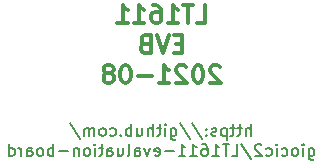
<source format=gbr>
%TF.GenerationSoftware,KiCad,Pcbnew,(5.1.10)-1*%
%TF.CreationDate,2021-10-06T11:29:50+02:00*%
%TF.ProjectId,board,626f6172-642e-46b6-9963-61645f706362,rev?*%
%TF.SameCoordinates,Original*%
%TF.FileFunction,Legend,Bot*%
%TF.FilePolarity,Positive*%
%FSLAX46Y46*%
G04 Gerber Fmt 4.6, Leading zero omitted, Abs format (unit mm)*
G04 Created by KiCad (PCBNEW (5.1.10)-1) date 2021-10-06 11:29:50*
%MOMM*%
%LPD*%
G01*
G04 APERTURE LIST*
%ADD10C,0.300000*%
%ADD11C,0.200000*%
G04 APERTURE END LIST*
D10*
X102564285Y-87028571D02*
X103278571Y-87028571D01*
X103278571Y-85528571D01*
X102278571Y-85528571D02*
X101421428Y-85528571D01*
X101850000Y-87028571D02*
X101850000Y-85528571D01*
X100135714Y-87028571D02*
X100992857Y-87028571D01*
X100564285Y-87028571D02*
X100564285Y-85528571D01*
X100707142Y-85742857D01*
X100850000Y-85885714D01*
X100992857Y-85957142D01*
X98850000Y-85528571D02*
X99135714Y-85528571D01*
X99278571Y-85600000D01*
X99350000Y-85671428D01*
X99492857Y-85885714D01*
X99564285Y-86171428D01*
X99564285Y-86742857D01*
X99492857Y-86885714D01*
X99421428Y-86957142D01*
X99278571Y-87028571D01*
X98992857Y-87028571D01*
X98850000Y-86957142D01*
X98778571Y-86885714D01*
X98707142Y-86742857D01*
X98707142Y-86385714D01*
X98778571Y-86242857D01*
X98850000Y-86171428D01*
X98992857Y-86100000D01*
X99278571Y-86100000D01*
X99421428Y-86171428D01*
X99492857Y-86242857D01*
X99564285Y-86385714D01*
X97278571Y-87028571D02*
X98135714Y-87028571D01*
X97707142Y-87028571D02*
X97707142Y-85528571D01*
X97850000Y-85742857D01*
X97992857Y-85885714D01*
X98135714Y-85957142D01*
X95850000Y-87028571D02*
X96707142Y-87028571D01*
X96278571Y-87028571D02*
X96278571Y-85528571D01*
X96421428Y-85742857D01*
X96564285Y-85885714D01*
X96707142Y-85957142D01*
X101314285Y-88792857D02*
X100814285Y-88792857D01*
X100600000Y-89578571D02*
X101314285Y-89578571D01*
X101314285Y-88078571D01*
X100600000Y-88078571D01*
X100171428Y-88078571D02*
X99671428Y-89578571D01*
X99171428Y-88078571D01*
X98171428Y-88792857D02*
X97957142Y-88864285D01*
X97885714Y-88935714D01*
X97814285Y-89078571D01*
X97814285Y-89292857D01*
X97885714Y-89435714D01*
X97957142Y-89507142D01*
X98100000Y-89578571D01*
X98671428Y-89578571D01*
X98671428Y-88078571D01*
X98171428Y-88078571D01*
X98028571Y-88150000D01*
X97957142Y-88221428D01*
X97885714Y-88364285D01*
X97885714Y-88507142D01*
X97957142Y-88650000D01*
X98028571Y-88721428D01*
X98171428Y-88792857D01*
X98671428Y-88792857D01*
X104528571Y-90771428D02*
X104457142Y-90700000D01*
X104314285Y-90628571D01*
X103957142Y-90628571D01*
X103814285Y-90700000D01*
X103742857Y-90771428D01*
X103671428Y-90914285D01*
X103671428Y-91057142D01*
X103742857Y-91271428D01*
X104600000Y-92128571D01*
X103671428Y-92128571D01*
X102742857Y-90628571D02*
X102600000Y-90628571D01*
X102457142Y-90700000D01*
X102385714Y-90771428D01*
X102314285Y-90914285D01*
X102242857Y-91200000D01*
X102242857Y-91557142D01*
X102314285Y-91842857D01*
X102385714Y-91985714D01*
X102457142Y-92057142D01*
X102600000Y-92128571D01*
X102742857Y-92128571D01*
X102885714Y-92057142D01*
X102957142Y-91985714D01*
X103028571Y-91842857D01*
X103100000Y-91557142D01*
X103100000Y-91200000D01*
X103028571Y-90914285D01*
X102957142Y-90771428D01*
X102885714Y-90700000D01*
X102742857Y-90628571D01*
X101671428Y-90771428D02*
X101600000Y-90700000D01*
X101457142Y-90628571D01*
X101100000Y-90628571D01*
X100957142Y-90700000D01*
X100885714Y-90771428D01*
X100814285Y-90914285D01*
X100814285Y-91057142D01*
X100885714Y-91271428D01*
X101742857Y-92128571D01*
X100814285Y-92128571D01*
X99385714Y-92128571D02*
X100242857Y-92128571D01*
X99814285Y-92128571D02*
X99814285Y-90628571D01*
X99957142Y-90842857D01*
X100100000Y-90985714D01*
X100242857Y-91057142D01*
X98742857Y-91557142D02*
X97600000Y-91557142D01*
X96600000Y-90628571D02*
X96457142Y-90628571D01*
X96314285Y-90700000D01*
X96242857Y-90771428D01*
X96171428Y-90914285D01*
X96100000Y-91200000D01*
X96100000Y-91557142D01*
X96171428Y-91842857D01*
X96242857Y-91985714D01*
X96314285Y-92057142D01*
X96457142Y-92128571D01*
X96600000Y-92128571D01*
X96742857Y-92057142D01*
X96814285Y-91985714D01*
X96885714Y-91842857D01*
X96957142Y-91557142D01*
X96957142Y-91200000D01*
X96885714Y-90914285D01*
X96814285Y-90771428D01*
X96742857Y-90700000D01*
X96600000Y-90628571D01*
X95242857Y-91271428D02*
X95385714Y-91200000D01*
X95457142Y-91128571D01*
X95528571Y-90985714D01*
X95528571Y-90914285D01*
X95457142Y-90771428D01*
X95385714Y-90700000D01*
X95242857Y-90628571D01*
X94957142Y-90628571D01*
X94814285Y-90700000D01*
X94742857Y-90771428D01*
X94671428Y-90914285D01*
X94671428Y-90985714D01*
X94742857Y-91128571D01*
X94814285Y-91200000D01*
X94957142Y-91271428D01*
X95242857Y-91271428D01*
X95385714Y-91342857D01*
X95457142Y-91414285D01*
X95528571Y-91557142D01*
X95528571Y-91842857D01*
X95457142Y-91985714D01*
X95385714Y-92057142D01*
X95242857Y-92128571D01*
X94957142Y-92128571D01*
X94814285Y-92057142D01*
X94742857Y-91985714D01*
X94671428Y-91842857D01*
X94671428Y-91557142D01*
X94742857Y-91414285D01*
X94814285Y-91342857D01*
X94957142Y-91271428D01*
D11*
X107131428Y-96602380D02*
X107131428Y-95602380D01*
X106702857Y-96602380D02*
X106702857Y-96078571D01*
X106750476Y-95983333D01*
X106845714Y-95935714D01*
X106988571Y-95935714D01*
X107083809Y-95983333D01*
X107131428Y-96030952D01*
X106369523Y-95935714D02*
X105988571Y-95935714D01*
X106226666Y-95602380D02*
X106226666Y-96459523D01*
X106179047Y-96554761D01*
X106083809Y-96602380D01*
X105988571Y-96602380D01*
X105798095Y-95935714D02*
X105417142Y-95935714D01*
X105655238Y-95602380D02*
X105655238Y-96459523D01*
X105607619Y-96554761D01*
X105512380Y-96602380D01*
X105417142Y-96602380D01*
X105083809Y-95935714D02*
X105083809Y-96935714D01*
X105083809Y-95983333D02*
X104988571Y-95935714D01*
X104798095Y-95935714D01*
X104702857Y-95983333D01*
X104655238Y-96030952D01*
X104607619Y-96126190D01*
X104607619Y-96411904D01*
X104655238Y-96507142D01*
X104702857Y-96554761D01*
X104798095Y-96602380D01*
X104988571Y-96602380D01*
X105083809Y-96554761D01*
X104226666Y-96554761D02*
X104131428Y-96602380D01*
X103940952Y-96602380D01*
X103845714Y-96554761D01*
X103798095Y-96459523D01*
X103798095Y-96411904D01*
X103845714Y-96316666D01*
X103940952Y-96269047D01*
X104083809Y-96269047D01*
X104179047Y-96221428D01*
X104226666Y-96126190D01*
X104226666Y-96078571D01*
X104179047Y-95983333D01*
X104083809Y-95935714D01*
X103940952Y-95935714D01*
X103845714Y-95983333D01*
X103369523Y-96507142D02*
X103321904Y-96554761D01*
X103369523Y-96602380D01*
X103417142Y-96554761D01*
X103369523Y-96507142D01*
X103369523Y-96602380D01*
X103369523Y-95983333D02*
X103321904Y-96030952D01*
X103369523Y-96078571D01*
X103417142Y-96030952D01*
X103369523Y-95983333D01*
X103369523Y-96078571D01*
X102179047Y-95554761D02*
X103036190Y-96840476D01*
X101131428Y-95554761D02*
X101988571Y-96840476D01*
X100369523Y-95935714D02*
X100369523Y-96745238D01*
X100417142Y-96840476D01*
X100464761Y-96888095D01*
X100560000Y-96935714D01*
X100702857Y-96935714D01*
X100798095Y-96888095D01*
X100369523Y-96554761D02*
X100464761Y-96602380D01*
X100655238Y-96602380D01*
X100750476Y-96554761D01*
X100798095Y-96507142D01*
X100845714Y-96411904D01*
X100845714Y-96126190D01*
X100798095Y-96030952D01*
X100750476Y-95983333D01*
X100655238Y-95935714D01*
X100464761Y-95935714D01*
X100369523Y-95983333D01*
X99893333Y-96602380D02*
X99893333Y-95935714D01*
X99893333Y-95602380D02*
X99940952Y-95650000D01*
X99893333Y-95697619D01*
X99845714Y-95650000D01*
X99893333Y-95602380D01*
X99893333Y-95697619D01*
X99560000Y-95935714D02*
X99179047Y-95935714D01*
X99417142Y-95602380D02*
X99417142Y-96459523D01*
X99369523Y-96554761D01*
X99274285Y-96602380D01*
X99179047Y-96602380D01*
X98845714Y-96602380D02*
X98845714Y-95602380D01*
X98417142Y-96602380D02*
X98417142Y-96078571D01*
X98464761Y-95983333D01*
X98560000Y-95935714D01*
X98702857Y-95935714D01*
X98798095Y-95983333D01*
X98845714Y-96030952D01*
X97512380Y-95935714D02*
X97512380Y-96602380D01*
X97940952Y-95935714D02*
X97940952Y-96459523D01*
X97893333Y-96554761D01*
X97798095Y-96602380D01*
X97655238Y-96602380D01*
X97560000Y-96554761D01*
X97512380Y-96507142D01*
X97036190Y-96602380D02*
X97036190Y-95602380D01*
X97036190Y-95983333D02*
X96940952Y-95935714D01*
X96750476Y-95935714D01*
X96655238Y-95983333D01*
X96607619Y-96030952D01*
X96560000Y-96126190D01*
X96560000Y-96411904D01*
X96607619Y-96507142D01*
X96655238Y-96554761D01*
X96750476Y-96602380D01*
X96940952Y-96602380D01*
X97036190Y-96554761D01*
X96131428Y-96507142D02*
X96083809Y-96554761D01*
X96131428Y-96602380D01*
X96179047Y-96554761D01*
X96131428Y-96507142D01*
X96131428Y-96602380D01*
X95226666Y-96554761D02*
X95321904Y-96602380D01*
X95512380Y-96602380D01*
X95607619Y-96554761D01*
X95655238Y-96507142D01*
X95702857Y-96411904D01*
X95702857Y-96126190D01*
X95655238Y-96030952D01*
X95607619Y-95983333D01*
X95512380Y-95935714D01*
X95321904Y-95935714D01*
X95226666Y-95983333D01*
X94655238Y-96602380D02*
X94750476Y-96554761D01*
X94798095Y-96507142D01*
X94845714Y-96411904D01*
X94845714Y-96126190D01*
X94798095Y-96030952D01*
X94750476Y-95983333D01*
X94655238Y-95935714D01*
X94512380Y-95935714D01*
X94417142Y-95983333D01*
X94369523Y-96030952D01*
X94321904Y-96126190D01*
X94321904Y-96411904D01*
X94369523Y-96507142D01*
X94417142Y-96554761D01*
X94512380Y-96602380D01*
X94655238Y-96602380D01*
X93893333Y-96602380D02*
X93893333Y-95935714D01*
X93893333Y-96030952D02*
X93845714Y-95983333D01*
X93750476Y-95935714D01*
X93607619Y-95935714D01*
X93512380Y-95983333D01*
X93464761Y-96078571D01*
X93464761Y-96602380D01*
X93464761Y-96078571D02*
X93417142Y-95983333D01*
X93321904Y-95935714D01*
X93179047Y-95935714D01*
X93083809Y-95983333D01*
X93036190Y-96078571D01*
X93036190Y-96602380D01*
X91845714Y-95554761D02*
X92702857Y-96840476D01*
X112036190Y-97635714D02*
X112036190Y-98445238D01*
X112083809Y-98540476D01*
X112131428Y-98588095D01*
X112226666Y-98635714D01*
X112369523Y-98635714D01*
X112464761Y-98588095D01*
X112036190Y-98254761D02*
X112131428Y-98302380D01*
X112321904Y-98302380D01*
X112417142Y-98254761D01*
X112464761Y-98207142D01*
X112512380Y-98111904D01*
X112512380Y-97826190D01*
X112464761Y-97730952D01*
X112417142Y-97683333D01*
X112321904Y-97635714D01*
X112131428Y-97635714D01*
X112036190Y-97683333D01*
X111560000Y-98302380D02*
X111560000Y-97635714D01*
X111560000Y-97302380D02*
X111607619Y-97350000D01*
X111560000Y-97397619D01*
X111512380Y-97350000D01*
X111560000Y-97302380D01*
X111560000Y-97397619D01*
X110940952Y-98302380D02*
X111036190Y-98254761D01*
X111083809Y-98207142D01*
X111131428Y-98111904D01*
X111131428Y-97826190D01*
X111083809Y-97730952D01*
X111036190Y-97683333D01*
X110940952Y-97635714D01*
X110798095Y-97635714D01*
X110702857Y-97683333D01*
X110655238Y-97730952D01*
X110607619Y-97826190D01*
X110607619Y-98111904D01*
X110655238Y-98207142D01*
X110702857Y-98254761D01*
X110798095Y-98302380D01*
X110940952Y-98302380D01*
X109750476Y-98254761D02*
X109845714Y-98302380D01*
X110036190Y-98302380D01*
X110131428Y-98254761D01*
X110179047Y-98207142D01*
X110226666Y-98111904D01*
X110226666Y-97826190D01*
X110179047Y-97730952D01*
X110131428Y-97683333D01*
X110036190Y-97635714D01*
X109845714Y-97635714D01*
X109750476Y-97683333D01*
X109321904Y-98302380D02*
X109321904Y-97635714D01*
X109321904Y-97302380D02*
X109369523Y-97350000D01*
X109321904Y-97397619D01*
X109274285Y-97350000D01*
X109321904Y-97302380D01*
X109321904Y-97397619D01*
X108417142Y-98254761D02*
X108512380Y-98302380D01*
X108702857Y-98302380D01*
X108798095Y-98254761D01*
X108845714Y-98207142D01*
X108893333Y-98111904D01*
X108893333Y-97826190D01*
X108845714Y-97730952D01*
X108798095Y-97683333D01*
X108702857Y-97635714D01*
X108512380Y-97635714D01*
X108417142Y-97683333D01*
X108036190Y-97397619D02*
X107988571Y-97350000D01*
X107893333Y-97302380D01*
X107655238Y-97302380D01*
X107560000Y-97350000D01*
X107512380Y-97397619D01*
X107464761Y-97492857D01*
X107464761Y-97588095D01*
X107512380Y-97730952D01*
X108083809Y-98302380D01*
X107464761Y-98302380D01*
X106321904Y-97254761D02*
X107179047Y-98540476D01*
X105512380Y-98302380D02*
X105988571Y-98302380D01*
X105988571Y-97302380D01*
X105321904Y-97302380D02*
X104750476Y-97302380D01*
X105036190Y-98302380D02*
X105036190Y-97302380D01*
X103893333Y-98302380D02*
X104464761Y-98302380D01*
X104179047Y-98302380D02*
X104179047Y-97302380D01*
X104274285Y-97445238D01*
X104369523Y-97540476D01*
X104464761Y-97588095D01*
X103036190Y-97302380D02*
X103226666Y-97302380D01*
X103321904Y-97350000D01*
X103369523Y-97397619D01*
X103464761Y-97540476D01*
X103512380Y-97730952D01*
X103512380Y-98111904D01*
X103464761Y-98207142D01*
X103417142Y-98254761D01*
X103321904Y-98302380D01*
X103131428Y-98302380D01*
X103036190Y-98254761D01*
X102988571Y-98207142D01*
X102940952Y-98111904D01*
X102940952Y-97873809D01*
X102988571Y-97778571D01*
X103036190Y-97730952D01*
X103131428Y-97683333D01*
X103321904Y-97683333D01*
X103417142Y-97730952D01*
X103464761Y-97778571D01*
X103512380Y-97873809D01*
X101988571Y-98302380D02*
X102560000Y-98302380D01*
X102274285Y-98302380D02*
X102274285Y-97302380D01*
X102369523Y-97445238D01*
X102464761Y-97540476D01*
X102560000Y-97588095D01*
X101036190Y-98302380D02*
X101607619Y-98302380D01*
X101321904Y-98302380D02*
X101321904Y-97302380D01*
X101417142Y-97445238D01*
X101512380Y-97540476D01*
X101607619Y-97588095D01*
X100607619Y-97921428D02*
X99845714Y-97921428D01*
X98988571Y-98254761D02*
X99083809Y-98302380D01*
X99274285Y-98302380D01*
X99369523Y-98254761D01*
X99417142Y-98159523D01*
X99417142Y-97778571D01*
X99369523Y-97683333D01*
X99274285Y-97635714D01*
X99083809Y-97635714D01*
X98988571Y-97683333D01*
X98940952Y-97778571D01*
X98940952Y-97873809D01*
X99417142Y-97969047D01*
X98607619Y-97635714D02*
X98369523Y-98302380D01*
X98131428Y-97635714D01*
X97321904Y-98302380D02*
X97321904Y-97778571D01*
X97369523Y-97683333D01*
X97464761Y-97635714D01*
X97655238Y-97635714D01*
X97750476Y-97683333D01*
X97321904Y-98254761D02*
X97417142Y-98302380D01*
X97655238Y-98302380D01*
X97750476Y-98254761D01*
X97798095Y-98159523D01*
X97798095Y-98064285D01*
X97750476Y-97969047D01*
X97655238Y-97921428D01*
X97417142Y-97921428D01*
X97321904Y-97873809D01*
X96702857Y-98302380D02*
X96798095Y-98254761D01*
X96845714Y-98159523D01*
X96845714Y-97302380D01*
X95893333Y-97635714D02*
X95893333Y-98302380D01*
X96321904Y-97635714D02*
X96321904Y-98159523D01*
X96274285Y-98254761D01*
X96179047Y-98302380D01*
X96036190Y-98302380D01*
X95940952Y-98254761D01*
X95893333Y-98207142D01*
X94988571Y-98302380D02*
X94988571Y-97778571D01*
X95036190Y-97683333D01*
X95131428Y-97635714D01*
X95321904Y-97635714D01*
X95417142Y-97683333D01*
X94988571Y-98254761D02*
X95083809Y-98302380D01*
X95321904Y-98302380D01*
X95417142Y-98254761D01*
X95464761Y-98159523D01*
X95464761Y-98064285D01*
X95417142Y-97969047D01*
X95321904Y-97921428D01*
X95083809Y-97921428D01*
X94988571Y-97873809D01*
X94655238Y-97635714D02*
X94274285Y-97635714D01*
X94512380Y-97302380D02*
X94512380Y-98159523D01*
X94464761Y-98254761D01*
X94369523Y-98302380D01*
X94274285Y-98302380D01*
X93940952Y-98302380D02*
X93940952Y-97635714D01*
X93940952Y-97302380D02*
X93988571Y-97350000D01*
X93940952Y-97397619D01*
X93893333Y-97350000D01*
X93940952Y-97302380D01*
X93940952Y-97397619D01*
X93321904Y-98302380D02*
X93417142Y-98254761D01*
X93464761Y-98207142D01*
X93512380Y-98111904D01*
X93512380Y-97826190D01*
X93464761Y-97730952D01*
X93417142Y-97683333D01*
X93321904Y-97635714D01*
X93179047Y-97635714D01*
X93083809Y-97683333D01*
X93036190Y-97730952D01*
X92988571Y-97826190D01*
X92988571Y-98111904D01*
X93036190Y-98207142D01*
X93083809Y-98254761D01*
X93179047Y-98302380D01*
X93321904Y-98302380D01*
X92560000Y-97635714D02*
X92560000Y-98302380D01*
X92560000Y-97730952D02*
X92512380Y-97683333D01*
X92417142Y-97635714D01*
X92274285Y-97635714D01*
X92179047Y-97683333D01*
X92131428Y-97778571D01*
X92131428Y-98302380D01*
X91655238Y-97921428D02*
X90893333Y-97921428D01*
X90417142Y-98302380D02*
X90417142Y-97302380D01*
X90417142Y-97683333D02*
X90321904Y-97635714D01*
X90131428Y-97635714D01*
X90036190Y-97683333D01*
X89988571Y-97730952D01*
X89940952Y-97826190D01*
X89940952Y-98111904D01*
X89988571Y-98207142D01*
X90036190Y-98254761D01*
X90131428Y-98302380D01*
X90321904Y-98302380D01*
X90417142Y-98254761D01*
X89369523Y-98302380D02*
X89464761Y-98254761D01*
X89512380Y-98207142D01*
X89560000Y-98111904D01*
X89560000Y-97826190D01*
X89512380Y-97730952D01*
X89464761Y-97683333D01*
X89369523Y-97635714D01*
X89226666Y-97635714D01*
X89131428Y-97683333D01*
X89083809Y-97730952D01*
X89036190Y-97826190D01*
X89036190Y-98111904D01*
X89083809Y-98207142D01*
X89131428Y-98254761D01*
X89226666Y-98302380D01*
X89369523Y-98302380D01*
X88179047Y-98302380D02*
X88179047Y-97778571D01*
X88226666Y-97683333D01*
X88321904Y-97635714D01*
X88512380Y-97635714D01*
X88607619Y-97683333D01*
X88179047Y-98254761D02*
X88274285Y-98302380D01*
X88512380Y-98302380D01*
X88607619Y-98254761D01*
X88655238Y-98159523D01*
X88655238Y-98064285D01*
X88607619Y-97969047D01*
X88512380Y-97921428D01*
X88274285Y-97921428D01*
X88179047Y-97873809D01*
X87702857Y-98302380D02*
X87702857Y-97635714D01*
X87702857Y-97826190D02*
X87655238Y-97730952D01*
X87607619Y-97683333D01*
X87512380Y-97635714D01*
X87417142Y-97635714D01*
X86655238Y-98302380D02*
X86655238Y-97302380D01*
X86655238Y-98254761D02*
X86750476Y-98302380D01*
X86940952Y-98302380D01*
X87036190Y-98254761D01*
X87083809Y-98207142D01*
X87131428Y-98111904D01*
X87131428Y-97826190D01*
X87083809Y-97730952D01*
X87036190Y-97683333D01*
X86940952Y-97635714D01*
X86750476Y-97635714D01*
X86655238Y-97683333D01*
M02*

</source>
